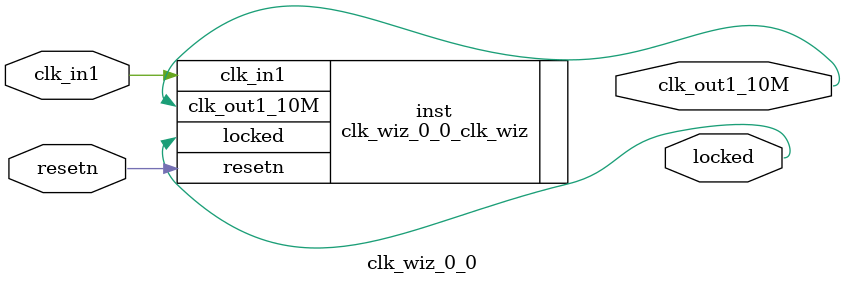
<source format=v>


`timescale 1ps/1ps

(* CORE_GENERATION_INFO = "clk_wiz_0_0,clk_wiz_v5_4_3_0,{component_name=clk_wiz_0_0,use_phase_alignment=true,use_min_o_jitter=false,use_max_i_jitter=false,use_dyn_phase_shift=false,use_inclk_switchover=false,use_dyn_reconfig=false,enable_axi=0,feedback_source=FDBK_AUTO,PRIMITIVE=PLL,num_out_clk=1,clkin1_period=5.000,clkin2_period=10.0,use_power_down=false,use_reset=true,use_locked=true,use_inclk_stopped=false,feedback_type=SINGLE,CLOCK_MGR_TYPE=NA,manual_override=false}" *)

module clk_wiz_0_0 
 (
  // Clock out ports
  output        clk_out1_10M,
  // Status and control signals
  input         resetn,
  output        locked,
 // Clock in ports
  input         clk_in1
 );

  clk_wiz_0_0_clk_wiz inst
  (
  // Clock out ports  
  .clk_out1_10M(clk_out1_10M),
  // Status and control signals               
  .resetn(resetn), 
  .locked(locked),
 // Clock in ports
  .clk_in1(clk_in1)
  );

endmodule

</source>
